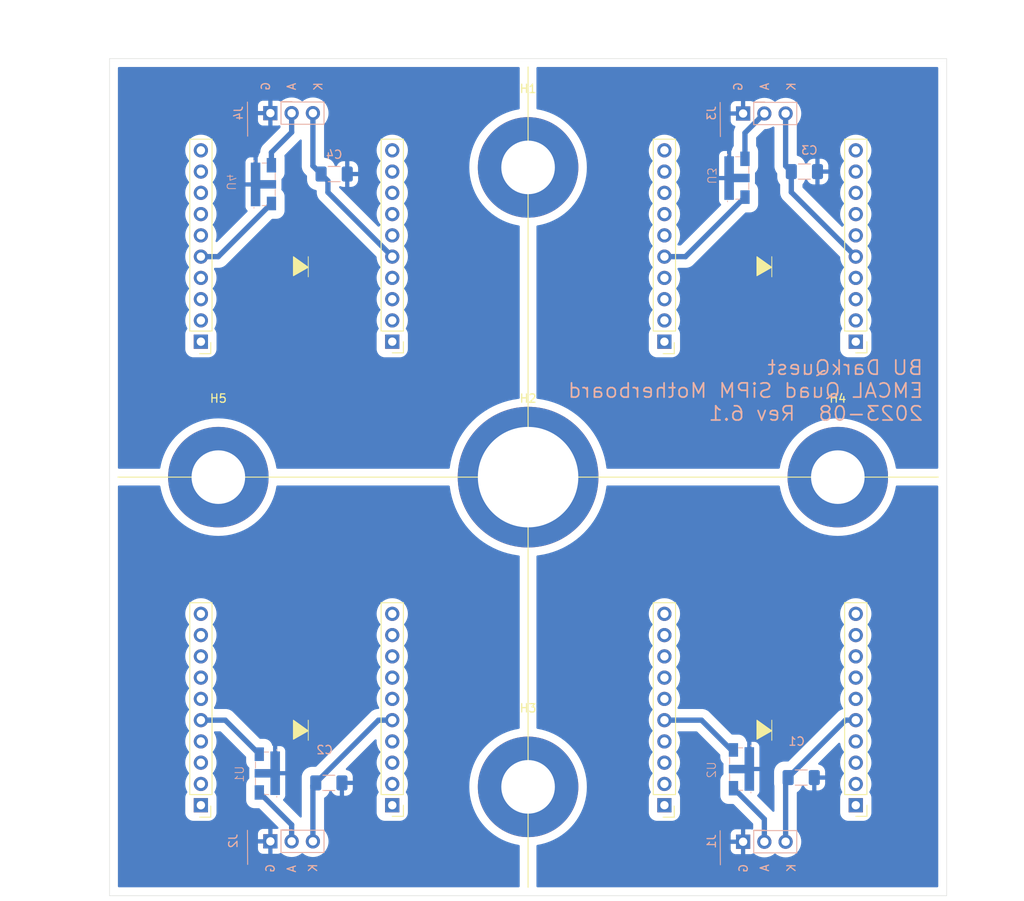
<source format=kicad_pcb>
(kicad_pcb (version 20221018) (generator pcbnew)
  (title_block (title "DarkQuest SiPM Motherboard") (comment 1 "Note: Rev 6.1 takes chip carrier and has 20 dB attenuator"))
  (layers (0 "F.Cu" signal) (31 "B.Cu" signal) (34 "B.Paste" user) (35 "F.Paste" user) (36 "B.SilkS" user "B.Silkscreen") (37 "F.SilkS" user "F.Silkscreen") (38 "B.Mask" user) (39 "F.Mask" user) (44 "Edge.Cuts" user))
  (net 0 "")
  (net 1 "Net-(J1-Pin_1)")
  (net 2 "Net-(J2-Pin_1)")
  (net 3 "Net-(J3-Pin_1)")
  (net 4 "Net-(J4-Pin_1)")
  (net 5 "Net-(J2-Pin_2)")
  (net 6 "Net-(J3-Pin_2)")
  (net 7 "Net-(J4-Pin_2)")
  (net 8 "Net-(J1-Pin_2)")
  (net 9 "Net-(J1-Pin_3)")
  (net 10 "Net-(J2-Pin_3)")
  (net 47 "Net-(J3-Pin_3)")
  (net 48 "Net-(J4-Pin_3)")
  (net 53 "Net-(J5-Pin_5-Pad15)")
  (net 63 "Net-(J6-Pin_5-Pad15)")
  (net 73 "Net-(J7-Pin_5-Pad15)")
  (net 83 "Net-(J8-Pin_5-Pad15)")
  (footprint "quad_sipm:MountingHole_8.4mm_M8_Pad" (layer "F.Cu") (at 100 100)
    (fp_text reference "H2" (at 0 -9.4) (layer "F.SilkS"))
    (fp_text value "MountingHole")
    (pad "1" thru_hole circle (at 0 0) (size 16.8 16.8) (drill 12) (layers "*.Cu" "*.Mask"))
  )
  (footprint "quad_sipm:MountingHole_6.4_pad" (layer "F.Cu") (at 100 137)
    (fp_text reference "H3" (at 0 -9.4) (layer "F.SilkS"))
    (fp_text value "MountingHole")
    (pad "1" thru_hole circle (at 0 0) (size 12 12) (drill 6.4) (layers "*.Cu" "*.Mask"))
  )
  (footprint "quad_sipm:MountingHole_6.4_pad" (layer "F.Cu") (at 137 100)
    (fp_text reference "H4" (at 0 -9.4) (layer "F.SilkS"))
    (fp_text value "MountingHole")
    (pad "1" thru_hole circle (at 0 0) (size 12 12) (drill 6.4) (layers "*.Cu" "*.Mask"))
  )
  (footprint "quad_sipm:MountingHole_6.4_pad" (layer "F.Cu") (at 63 100)
    (fp_text reference "H5" (at 0 -9.4) (layer "F.SilkS"))
    (fp_text value "MountingHole")
    (pad "1" thru_hole circle (at 0 0) (size 12 12) (drill 6.4) (layers "*.Cu" "*.Mask"))
  )
  (footprint "quad_sipm:MountingHole_6.4_pad" (layer "F.Cu") (at 100 63)
    (fp_text reference "H1" (at 0 -9.4) (layer "F.SilkS"))
    (fp_text value "MountingHole")
    (pad "1" thru_hole circle (at 0 0) (size 12 12) (drill 6.4) (layers "*.Cu" "*.Mask"))
  )
  (footprint "Connector_PinHeader_2.54mm:chip_carrier_pin_header" (layer "F.Cu") (at 127.762 72.39 180)
    (fp_text reference "J7" hide)
    (fp_text value "SiPM chip pin header")
    (fp_line (start -12.714 -12.76) (end -11.384 -12.76) (stroke (width 0.12)) (layer "F.SilkS"))
    (fp_line (start -12.714 -11.43) (end -12.714 -12.76) (stroke (width 0.12)) (layer "F.SilkS"))
    (fp_line (start -12.714 -10.16) (end -12.714 12.76) (stroke (width 0.12)) (layer "F.SilkS"))
    (fp_line (start -12.714 -10.16) (end -10.054 -10.16) (stroke (width 0.12)) (layer "F.SilkS"))
    (fp_line (start -12.714 12.76) (end -10.054 12.76) (stroke (width 0.12)) (layer "F.SilkS"))
    (fp_line (start -10.054 -10.16) (end -10.054 12.76) (stroke (width 0.12)) (layer "F.SilkS"))
    (fp_line (start -1.351 -3.683) (end -1.351 -1.27) (stroke (width 0.1)) (layer "F.SilkS"))
    (fp_line (start 10.146 -10.16) (end 10.146 12.76) (stroke (width 0.12)) (layer "F.SilkS"))
    (fp_line (start 10.146 -10.16) (end 12.806 -10.16) (stroke (width 0.12)) (layer "F.SilkS"))
    (fp_line (start 10.146 12.76) (end 12.806 12.76) (stroke (width 0.12)) (layer "F.SilkS"))
    (fp_line (start 10.2984 -12.8616) (end 11.6284 -12.8616) (stroke (width 0.12)) (layer "F.SilkS"))
    (fp_line (start 10.2984 -11.5316) (end 10.2984 -12.8616) (stroke (width 0.12)) (layer "F.SilkS"))
    (fp_line (start 12.806 -10.16) (end 12.806 12.76) (stroke (width 0.12)) (layer "F.SilkS"))
    (fp_poly (pts (xy 0.427 -3.556) (xy -1.351 -2.54) (xy 0.427 -1.27) (xy 0.427 -3.556)) (stroke (width 0.1)) (fill solid) (layer "F.SilkS"))
    (pad "1" thru_hole rect (at -11.384 -11.43 180) (size 1.7 1.7) (drill 1) (layers "*.Cu" "*.Mask"))
    (pad "2" thru_hole oval (at -11.384 -8.89 180) (size 1.7 1.7) (drill 1) (layers "*.Cu" "*.Mask"))
    (pad "3" thru_hole oval (at -11.384 -6.35 180) (size 1.7 1.7) (drill 1) (layers "*.Cu" "*.Mask"))
    (pad "4" thru_hole oval (at -11.384 -3.81 180) (size 1.7 1.7) (drill 1) (layers "*.Cu" "*.Mask"))
    (pad "5" thru_hole oval (at -11.384 -1.27 180) (size 1.7 1.7) (drill 1) (layers "*.Cu" "*.Mask") (net 47 "Net-(J3-Pin_3)"))
    (pad "6" thru_hole oval (at -11.384 1.27 180) (size 1.7 1.7) (drill 1) (layers "*.Cu" "*.Mask"))
    (pad "7" thru_hole oval (at -11.384 3.81 180) (size 1.7 1.7) (drill 1) (layers "*.Cu" "*.Mask"))
    (pad "8" thru_hole oval (at -11.384 6.35 180) (size 1.7 1.7) (drill 1) (layers "*.Cu" "*.Mask"))
    (pad "9" thru_hole oval (at -11.384 8.89 180) (size 1.7 1.7) (drill 1) (layers "*.Cu" "*.Mask"))
    (pad "10" thru_hole oval (at -11.384 11.43 180) (size 1.7 1.7) (drill 1) (layers "*.Cu" "*.Mask"))
    (pad "11" thru_hole rect (at 11.476 -11.43 180) (size 1.7 1.7) (drill 1) (layers "*.Cu" "*.Mask"))
    (pad "12" thru_hole oval (at 11.476 -8.89 180) (size 1.7 1.7) (drill 1) (layers "*.Cu" "*.Mask"))
    (pad "13" thru_hole oval (at 11.476 -6.35 180) (size 1.7 1.7) (drill 1) (layers "*.Cu" "*.Mask"))
    (pad "14" thru_hole oval (at 11.476 -3.81 180) (size 1.7 1.7) (drill 1) (layers "*.Cu" "*.Mask"))
    (pad "15" thru_hole oval (at 11.476 -1.27 180) (size 1.7 1.7) (drill 1) (layers "*.Cu" "*.Mask") (net 73 "Net-(J7-Pin_5-Pad15)"))
    (pad "16" thru_hole oval (at 11.476 1.27 180) (size 1.7 1.7) (drill 1) (layers "*.Cu" "*.Mask"))
    (pad "17" thru_hole oval (at 11.476 3.81 180) (size 1.7 1.7) (drill 1) (layers "*.Cu" "*.Mask"))
    (pad "18" thru_hole oval (at 11.476 6.35 180) (size 1.7 1.7) (drill 1) (layers "*.Cu" "*.Mask"))
    (pad "19" thru_hole oval (at 11.476 8.89 180) (size 1.7 1.7) (drill 1) (layers "*.Cu" "*.Mask"))
    (pad "20" thru_hole oval (at 11.476 11.43 180) (size 1.7 1.7) (drill 1) (layers "*.Cu" "*.Mask"))
  )
  (footprint "Connector_PinHeader_2.54mm:chip_carrier_pin_header" (layer "F.Cu") (at 72.39 72.39 180)
    (fp_text reference "J8" hide)
    (fp_text value "SiPM chip pin header")
    (fp_line (start -12.714 -12.76) (end -11.384 -12.76) (stroke (width 0.12)) (layer "F.SilkS"))
    (fp_line (start -12.714 -11.43) (end -12.714 -12.76) (stroke (width 0.12)) (layer "F.SilkS"))
    (fp_line (start -12.714 -10.16) (end -12.714 12.76) (stroke (width 0.12)) (layer "F.SilkS"))
    (fp_line (start -12.714 -10.16) (end -10.054 -10.16) (stroke (width 0.12)) (layer "F.SilkS"))
    (fp_line (start -12.714 12.76) (end -10.054 12.76) (stroke (width 0.12)) (layer "F.SilkS"))
    (fp_line (start -10.054 -10.16) (end -10.054 12.76) (stroke (width 0.12)) (layer "F.SilkS"))
    (fp_line (start -1.351 -3.683) (end -1.351 -1.27) (stroke (width 0.1)) (layer "F.SilkS"))
    (fp_line (start 10.146 -10.16) (end 10.146 12.76) (stroke (width 0.12)) (layer "F.SilkS"))
    (fp_line (start 10.146 -10.16) (end 12.806 -10.16) (stroke (width 0.12)) (layer "F.SilkS"))
    (fp_line (start 10.146 12.76) (end 12.806 12.76) (stroke (width 0.12)) (layer "F.SilkS"))
    (fp_line (start 10.2984 -12.8616) (end 11.6284 -12.8616) (stroke (width 0.12)) (layer "F.SilkS"))
    (fp_line (start 10.2984 -11.5316) (end 10.2984 -12.8616) (stroke (width 0.12)) (layer "F.SilkS"))
    (fp_line (start 12.806 -10.16) (end 12.806 12.76) (stroke (width 0.12)) (layer "F.SilkS"))
    (fp_poly (pts (xy 0.427 -3.556) (xy -1.351 -2.54) (xy 0.427 -1.27) (xy 0.427 -3.556)) (stroke (width 0.1)) (fill solid) (layer "F.SilkS"))
    (pad "1" thru_hole rect (at -11.384 -11.43 180) (size 1.7 1.7) (drill 1) (layers "*.Cu" "*.Mask"))
    (pad "2" thru_hole oval (at -11.384 -8.89 180) (size 1.7 1.7) (drill 1) (layers "*.Cu" "*.Mask"))
    (pad "3" thru_hole oval (at -11.384 -6.35 180) (size 1.7 1.7) (drill 1) (layers "*.Cu" "*.Mask"))
    (pad "4" thru_hole oval (at -11.384 -3.81 180) (size 1.7 1.7) (drill 1) (layers "*.Cu" "*.Mask"))
    (pad "5" thru_hole oval (at -11.384 -1.27 180) (size 1.7 1.7) (drill 1) (layers "*.Cu" "*.Mask") (net 48 "Net-(J4-Pin_3)"))
    (pad "6" thru_hole oval (at -11.384 1.27 180) (size 1.7 1.7) (drill 1) (layers "*.Cu" "*.Mask"))
    (pad "7" thru_hole oval (at -11.384 3.81 180) (size 1.7 1.7) (drill 1) (layers "*.Cu" "*.Mask"))
    (pad "8" thru_hole oval (at -11.384 6.35 180) (size 1.7 1.7) (drill 1) (layers "*.Cu" "*.Mask"))
    (pad "9" thru_hole oval (at -11.384 8.89 180) (size 1.7 1.7) (drill 1) (layers "*.Cu" "*.Mask"))
    (pad "10" thru_hole oval (at -11.384 11.43 180) (size 1.7 1.7) (drill 1) (layers "*.Cu" "*.Mask"))
    (pad "11" thru_hole rect (at 11.476 -11.43 180) (size 1.7 1.7) (drill 1) (layers "*.Cu" "*.Mask"))
    (pad "12" thru_hole oval (at 11.476 -8.89 180) (size 1.7 1.7) (drill 1) (layers "*.Cu" "*.Mask"))
    (pad "13" thru_hole oval (at 11.476 -6.35 180) (size 1.7 1.7) (drill 1) (layers "*.Cu" "*.Mask"))
    (pad "14" thru_hole oval (at 11.476 -3.81 180) (size 1.7 1.7) (drill 1) (layers "*.Cu" "*.Mask"))
    (pad "15" thru_hole oval (at 11.476 -1.27 180) (size 1.7 1.7) (drill 1) (layers "*.Cu" "*.Mask") (net 83 "Net-(J8-Pin_5-Pad15)"))
    (pad "16" thru_hole oval (at 11.476 1.27 180) (size 1.7 1.7) (drill 1) (layers "*.Cu" "*.Mask"))
    (pad "17" thru_hole oval (at 11.476 3.81 180) (size 1.7 1.7) (drill 1) (layers "*.Cu" "*.Mask"))
    (pad "18" thru_hole oval (at 11.476 6.35 180) (size 1.7 1.7) (drill 1) (layers "*.Cu" "*.Mask"))
    (pad "19" thru_hole oval (at 11.476 8.89 180) (size 1.7 1.7) (drill 1) (layers "*.Cu" "*.Mask"))
    (pad "20" thru_hole oval (at 11.476 11.43 180) (size 1.7 1.7) (drill 1) (layers "*.Cu" "*.Mask"))
  )
  (footprint "Connector_PinHeader_2.54mm:chip_carrier_pin_header" (layer "F.Cu") (at 72.39 127.762 180)
    (fp_text reference "J6" hide)
    (fp_text value "SiPM chip pin header")
    (fp_line (start -12.714 -12.76) (end -11.384 -12.76) (stroke (width 0.12)) (layer "F.SilkS"))
    (fp_line (start -12.714 -11.43) (end -12.714 -12.76) (stroke (width 0.12)) (layer "F.SilkS"))
    (fp_line (start -12.714 -10.16) (end -12.714 12.76) (stroke (width 0.12)) (layer "F.SilkS"))
    (fp_line (start -12.714 -10.16) (end -10.054 -10.16) (stroke (width 0.12)) (layer "F.SilkS"))
    (fp_line (start -12.714 12.76) (end -10.054 12.76) (stroke (width 0.12)) (layer "F.SilkS"))
    (fp_line (start -10.054 -10.16) (end -10.054 12.76) (stroke (width 0.12)) (layer "F.SilkS"))
    (fp_line (start -1.351 -3.683) (end -1.351 -1.27) (stroke (width 0.1)) (layer "F.SilkS"))
    (fp_line (start 10.146 -10.16) (end 10.146 12.76) (stroke (width 0.12)) (layer "F.SilkS"))
    (fp_line (start 10.146 -10.16) (end 12.806 -10.16) (stroke (width 0.12)) (layer "F.SilkS"))
    (fp_line (start 10.146 12.76) (end 12.806 12.76) (stroke (width 0.12)) (layer "F.SilkS"))
    (fp_line (start 10.2984 -12.8616) (end 11.6284 -12.8616) (stroke (width 0.12)) (layer "F.SilkS"))
    (fp_line (start 10.2984 -11.5316) (end 10.2984 -12.8616) (stroke (width 0.12)) (layer "F.SilkS"))
    (fp_line (start 12.806 -10.16) (end 12.806 12.76) (stroke (width 0.12)) (layer "F.SilkS"))
    (fp_poly (pts (xy 0.427 -3.556) (xy -1.351 -2.54) (xy 0.427 -1.27) (xy 0.427 -3.556)) (stroke (width 0.1)) (fill solid) (layer "F.SilkS"))
    (pad "1" thru_hole rect (at -11.384 -11.43 180) (size 1.7 1.7) (drill 1) (layers "*.Cu" "*.Mask"))
    (pad "2" thru_hole oval (at -11.384 -8.89 180) (size 1.7 1.7) (drill 1) (layers "*.Cu" "*.Mask"))
    (pad "3" thru_hole oval (at -11.384 -6.35 180) (size 1.7 1.7) (drill 1) (layers "*.Cu" "*.Mask"))
    (pad "4" thru_hole oval (at -11.384 -3.81 180) (size 1.7 1.7) (drill 1) (layers "*.Cu" "*.Mask"))
    (pad "5" thru_hole oval (at -11.384 -1.27 180) (size 1.7 1.7) (drill 1) (layers "*.Cu" "*.Mask") (net 10 "Net-(J2-Pin_3)"))
    (pad "6" thru_hole oval (at -11.384 1.27 180) (size 1.7 1.7) (drill 1) (layers "*.Cu" "*.Mask"))
    (pad "7" thru_hole oval (at -11.384 3.81 180) (size 1.7 1.7) (drill 1) (layers "*.Cu" "*.Mask"))
    (pad "8" thru_hole oval (at -11.384 6.35 180) (size 1.7 1.7) (drill 1) (layers "*.Cu" "*.Mask"))
    (pad "9" thru_hole oval (at -11.384 8.89 180) (size 1.7 1.7) (drill 1) (layers "*.Cu" "*.Mask"))
    (pad "10" thru_hole oval (at -11.384 11.43 180) (size 1.7 1.7) (drill 1) (layers "*.Cu" "*.Mask"))
    (pad "11" thru_hole rect (at 11.476 -11.43 180) (size 1.7 1.7) (drill 1) (layers "*.Cu" "*.Mask"))
    (pad "12" thru_hole oval (at 11.476 -8.89 180) (size 1.7 1.7) (drill 1) (layers "*.Cu" "*.Mask"))
    (pad "13" thru_hole oval (at 11.476 -6.35 180) (size 1.7 1.7) (drill 1) (layers "*.Cu" "*.Mask"))
    (pad "14" thru_hole oval (at 11.476 -3.81 180) (size 1.7 1.7) (drill 1) (layers "*.Cu" "*.Mask"))
    (pad "15" thru_hole oval (at 11.476 -1.27 180) (size 1.7 1.7) (drill 1) (layers "*.Cu" "*.Mask") (net 63 "Net-(J6-Pin_5-Pad15)"))
    (pad "16" thru_hole oval (at 11.476 1.27 180) (size 1.7 1.7) (drill 1) (layers "*.Cu" "*.Mask"))
    (pad "17" thru_hole oval (at 11.476 3.81 180) (size 1.7 1.7) (drill 1) (layers "*.Cu" "*.Mask"))
    (pad "18" thru_hole oval (at 11.476 6.35 180) (size 1.7 1.7) (drill 1) (layers "*.Cu" "*.Mask"))
    (pad "19" thru_hole oval (at 11.476 8.89 180) (size 1.7 1.7) (drill 1) (layers "*.Cu" "*.Mask"))
    (pad "20" thru_hole oval (at 11.476 11.43 180) (size 1.7 1.7) (drill 1) (layers "*.Cu" "*.Mask"))
  )
  (footprint "Connector_PinHeader_2.54mm:chip_carrier_pin_header" (layer "F.Cu") (at 127.762 127.762 180)
    (fp_text reference "J5" hide)
    (fp_text value "SiPM chip pin header")
    (fp_line (start -12.714 -12.76) (end -11.384 -12.76) (stroke (width 0.12)) (layer "F.SilkS"))
    (fp_line (start -12.714 -11.43) (end -12.714 -12.76) (stroke (width 0.12)) (layer "F.SilkS"))
    (fp_line (start -12.714 -10.16) (end -12.714 12.76) (stroke (width 0.12)) (layer "F.SilkS"))
    (fp_line (start -12.714 -10.16) (end -10.054 -10.16) (stroke (width 0.12)) (layer "F.SilkS"))
    (fp_line (start -12.714 12.76) (end -10.054 12.76) (stroke (width 0.12)) (layer "F.SilkS"))
    (fp_line (start -10.054 -10.16) (end -10.054 12.76) (stroke (width 0.12)) (layer "F.SilkS"))
    (fp_line (start -1.351 -3.683) (end -1.351 -1.27) (stroke (width 0.1)) (layer "F.SilkS"))
    (fp_line (start 10.146 -10.16) (end 10.146 12.76) (stroke (width 0.12)) (layer "F.SilkS"))
    (fp_line (start 10.146 -10.16) (end 12.806 -10.16) (stroke (width 0.12)) (layer "F.SilkS"))
    (fp_line (start 10.146 12.76) (end 12.806 12.76) (stroke (width 0.12)) (layer "F.SilkS"))
    (fp_line (start 10.2984 -12.8616) (end 11.6284 -12.8616) (stroke (width 0.12)) (layer "F.SilkS"))
    (fp_line (start 10.2984 -11.5316) (end 10.2984 -12.8616) (stroke (width 0.12)) (layer "F.SilkS"))
    (fp_line (start 12.806 -10.16) (end 12.806 12.76) (stroke (width 0.12)) (layer "F.SilkS"))
    (fp_poly (pts (xy 0.427 -3.556) (xy -1.351 -2.54) (xy 0.427 -1.27) (xy 0.427 -3.556)) (stroke (width 0.1)) (fill solid) (layer "F.SilkS"))
    (pad "1" thru_hole rect (at -11.384 -11.43 180) (size 1.7 1.7) (drill 1) (layers "*.Cu" "*.Mask"))
    (pad "2" thru_hole oval (at -11.384 -8.89 180) (size 1.7 1.7) (drill 1) (layers "*.Cu" "*.Mask"))
    (pad "3" thru_hole oval (at -11.384 -6.35 180) (size 1.7 1.7) (drill 1) (layers "*.Cu" "*.Mask"))
    (pad "4" thru_hole oval (at -11.384 -3.81 180) (size 1.7 1.7) (drill 1) (layers "*.Cu" "*.Mask"))
    (pad "5" thru_hole oval (at -11.384 -1.27 180) (size 1.7 1.7) (drill 1) (layers "*.Cu" "*.Mask") (net 9 "Net-(J1-Pin_3)"))
    (pad "6" thru_hole oval (at -11.384 1.27 180) (size 1.7 1.7) (drill 1) (layers "*.Cu" "*.Mask"))
    (pad "7" thru_hole oval (at -11.384 3.81 180) (size 1.7 1.7) (drill 1) (layers "*.Cu" "*.Mask"))
    (pad "8" thru_hole oval (at -11.384 6.35 180) (size 1.7 1.7) (drill 1) (layers "*.Cu" "*.Mask"))
    (pad "9" thru_hole oval (at -11.384 8.89 180) (size 1.7 1.7) (drill 1) (layers "*.Cu" "*.Mask"))
    (pad "10" thru_hole oval (at -11.384 11.43 180) (size 1.7 1.7) (drill 1) (layers "*.Cu" "*.Mask"))
    (pad "11" thru_hole rect (at 11.476 -11.43 180) (size 1.7 1.7) (drill 1) (layers "*.Cu" "*.Mask"))
    (pad "12" thru_hole oval (at 11.476 -8.89 180) (size 1.7 1.7) (drill 1) (layers "*.Cu" "*.Mask"))
    (pad "13" thru_hole oval (at 11.476 -6.35 180) (size 1.7 1.7) (drill 1) (layers "*.Cu" "*.Mask"))
    (pad "14" thru_hole oval (at 11.476 -3.81 180) (size 1.7 1.7) (drill 1) (layers "*.Cu" "*.Mask"))
    (pad "15" thru_hole oval (at 11.476 -1.27 180) (size 1.7 1.7) (drill 1) (layers "*.Cu" "*.Mask") (net 53 "Net-(J5-Pin_5-Pad15)"))
    (pad "16" thru_hole oval (at 11.476 1.27 180) (size 1.7 1.7) (drill 1) (layers "*.Cu" "*.Mask"))
    (pad "17" thru_hole oval (at 11.476 3.81 180) (size 1.7 1.7) (drill 1) (layers "*.Cu" "*.Mask"))
    (pad "18" thru_hole oval (at 11.476 6.35 180) (size 1.7 1.7) (drill 1) (layers "*.Cu" "*.Mask"))
    (pad "19" thru_hole oval (at 11.476 8.89 180) (size 1.7 1.7) (drill 1) (layers "*.Cu" "*.Mask"))
    (pad "20" thru_hole oval (at 11.476 11.43 180) (size 1.7 1.7) (drill 1) (layers "*.Cu" "*.Mask"))
  )
  (footprint "Connector_PinHeader_2.54mm:PinHeader_1x03_P2.54mm_Vertical" (layer "B.Cu") (at 128.27 143.51 -90)
    (fp_text reference "J1" (at 0 6.35 90) (layer "B.SilkS") (effects (justify mirror)))
    (fp_text value "8-102202-4")
    (fp_line (start -1.33 0) (end -1.33 1.33) (stroke (width 0.12)) (layer "B.SilkS"))
    (fp_line (start -1.285 -3.825) (end 1.375 -3.825) (stroke (width 0.12)) (layer "B.SilkS"))
    (fp_line (start -1.285 1.315) (end -1.285 -3.825) (stroke (width 0.12)) (layer "B.SilkS"))
    (fp_line (start -1.285 1.315) (end 1.375 1.315) (stroke (width 0.12)) (layer "B.SilkS"))
    (fp_line (start -1.275 5.325) (end 2.8 5.3) (stroke (width 0.12)) (layer "B.SilkS"))
    (fp_line (start 1.375 1.315) (end 1.375 -3.825) (stroke (width 0.12)) (layer "B.SilkS"))
    (pad "1" thru_hole rect (at 0.045 2.585 270) (size 1.7 1.7) (drill 1) (layers "*.Cu" "*.Mask") (net 1 "Net-(J1-Pin_1)"))
    (pad "2" thru_hole oval (at 0.045 0.045 270) (size 1.7 1.7) (drill 1) (layers "*.Cu" "*.Mask") (net 8 "Net-(J1-Pin_2)"))
    (pad "3" thru_hole oval (at 0.045 -2.495 270) (size 1.7 1.7) (drill 1) (layers "*.Cu" "*.Mask") (net 9 "Net-(J1-Pin_3)"))
  )
  (footprint "Capacitor_SMD:C_1206_3216Metric_Pad1.33x1.80mm_HandSolder" (layer "B.Cu") (at 76.835 63.7925 180)
    (fp_text reference "C4" (at 0 2.3245) (layer "B.SilkS") (effects (justify mirror)))
    (fp_text value "10nF 100V")
    (fp_line (start -0.711252 -0.91) (end 0.711252 -0.91) (stroke (width 0.12)) (layer "B.SilkS"))
    (fp_line (start -0.711252 0.91) (end 0.711252 0.91) (stroke (width 0.12)) (layer "B.SilkS"))
    (pad "1" smd roundrect (at -1.5625 0 180) (size 1.325 1.8) (layers "B.Cu" "B.Paste" "B.Mask") (roundrect_rratio 0.188679) (net 4 "Net-(J4-Pin_1)"))
    (pad "2" smd roundrect (at 1.5625 0 180) (size 1.325 1.8) (layers "B.Cu" "B.Paste" "B.Mask") (roundrect_rratio 0.188679) (net 48 "Net-(J4-Pin_3)"))
  )
  (footprint "Connector_PinHeader_2.54mm:PinHeader_1x03_P2.54mm_Vertical" (layer "B.Cu") (at 128.27 56.515 -90)
    (fp_text reference "J3" (at 0 6.35 90) (layer "B.SilkS") (effects (justify mirror)))
    (fp_text value "8-102202-4")
    (fp_line (start -1.33 0) (end -1.33 1.33) (stroke (width 0.12)) (layer "B.SilkS"))
    (fp_line (start -1.285 -3.825) (end 1.375 -3.825) (stroke (width 0.12)) (layer "B.SilkS"))
    (fp_line (start -1.285 1.315) (end -1.285 -3.825) (stroke (width 0.12)) (layer "B.SilkS"))
    (fp_line (start -1.285 1.315) (end 1.375 1.315) (stroke (width 0.12)) (layer "B.SilkS"))
    (fp_line (start -1.275 5.325) (end 2.8 5.3) (stroke (width 0.12)) (layer "B.SilkS"))
    (fp_line (start 1.375 1.315) (end 1.375 -3.825) (stroke (width 0.12)) (layer "B.SilkS"))
    (pad "1" thru_hole rect (at 0.045 2.585 270) (size 1.7 1.7) (drill 1) (layers "*.Cu" "*.Mask") (net 3 "Net-(J3-Pin_1)"))
    (pad "2" thru_hole oval (at 0.045 0.045 270) (size 1.7 1.7) (drill 1) (layers "*.Cu" "*.Mask") (net 6 "Net-(J3-Pin_2)"))
    (pad "3" thru_hole oval (at 0.045 -2.495 270) (size 1.7 1.7) (drill 1) (layers "*.Cu" "*.Mask") (net 47 "Net-(J3-Pin_3)"))
  )
  (footprint "Connector_PinHeader_2.54mm:PinHeader_1x03_P2.54mm_Vertical" (layer "B.Cu") (at 71.8 56.47 -90)
    (fp_text reference "J4" (at 0.045 6.395 90) (layer "B.SilkS") (effects (justify mirror)))
    (fp_text value "8-102202-4")
    (fp_line (start -1.33 0) (end -1.33 1.33) (stroke (width 0.12)) (layer "B.SilkS"))
    (fp_line (start -1.285 -3.825) (end 1.375 -3.825) (stroke (width 0.12)) (layer "B.SilkS"))
    (fp_line (start -1.285 1.315) (end -1.285 -3.825) (stroke (width 0.12)) (layer "B.SilkS"))
    (fp_line (start -1.285 1.315) (end 1.375 1.315) (stroke (width 0.12)) (layer "B.SilkS"))
    (fp_line (start -1.275 5.325) (end 2.8 5.3) (stroke (width 0.12)) (layer "B.SilkS"))
    (fp_line (start 1.375 1.315) (end 1.375 -3.825) (stroke (width 0.12)) (layer "B.SilkS"))
    (pad "1" thru_hole rect (at 0.045 2.585 270) (size 1.7 1.7) (drill 1) (layers "*.Cu" "*.Mask") (net 4 "Net-(J4-Pin_1)"))
    (pad "2" thru_hole oval (at 0.045 0.045 270) (size 1.7 1.7) (drill 1) (layers "*.Cu" "*.Mask") (net 7 "Net-(J4-Pin_2)"))
    (pad "3" thru_hole oval (at 0.045 -2.495 270) (size 1.7 1.7) (drill 1) (layers "*.Cu" "*.Mask") (net 48 "Net-(J4-Pin_3)"))
  )
  (footprint "Capacitor_SMD:C_1206_3216Metric_Pad1.33x1.80mm_HandSolder" (layer "B.Cu") (at 133.0075 63.5 180)
    (fp_text reference "C3" (at -0.5965 2.54) (layer "B.SilkS") (effects (justify mirror)))
    (fp_text value "10nF 100V")
    (fp_line (start -0.711252 -0.91) (end 0.711252 -0.91) (stroke (width 0.12)) (layer "B.SilkS"))
    (fp_line (start -0.711252 0.91) (end 0.711252 0.91) (stroke (width 0.12)) (layer "B.SilkS"))
    (pad "1" smd roundrect (at -1.5625 0 180) (size 1.325 1.8) (layers "B.Cu" "B.Paste" "B.Mask") (roundrect_rratio 0.188679) (net 3 "Net-(J3-Pin_1)"))
    (pad "2" smd roundrect (at 1.5625 0 180) (size 1.325 1.8) (layers "B.Cu" "B.Paste" "B.Mask") (roundrect_rratio 0.188679) (net 47 "Net-(J3-Pin_3)"))
  )
  (footprint "Connector_PinHeader_2.54mm:PinHeader_1x03_P2.54mm_Vertical" (layer "B.Cu") (at 71.8 143.465 -90)
    (fp_text reference "J2" (at 0 7.03 -90) (layer "B.SilkS") (effects (justify mirror)))
    (fp_text value "8-102202-4")
    (fp_line (start -1.33 0) (end -1.33 1.33) (stroke (width 0.12)) (layer "B.SilkS"))
    (fp_line (start -1.285 -3.825) (end 1.375 -3.825) (stroke (width 0.12)) (layer "B.SilkS"))
    (fp_line (start -1.285 1.315) (end -1.285 -3.825) (stroke (width 0.12)) (layer "B.SilkS"))
    (fp_line (start -1.285 1.315) (end 1.375 1.315) (stroke (width 0.12)) (layer "B.SilkS"))
    (fp_line (start -1.275 5.325) (end 2.8 5.3) (stroke (width 0.12)) (layer "B.SilkS"))
    (fp_line (start 1.375 1.315) (end 1.375 -3.825) (stroke (width 0.12)) (layer "B.SilkS"))
    (pad "1" thru_hole rect (at 0.045 2.585 270) (size 1.7 1.7) (drill 1) (layers "*.Cu" "*.Mask") (net 2 "Net-(J2-Pin_1)"))
    (pad "2" thru_hole oval (at 0.045 0.045 270) (size 1.7 1.7) (drill 1) (layers "*.Cu" "*.Mask") (net 5 "Net-(J2-Pin_2)"))
    (pad "3" thru_hole oval (at 0.045 -2.495 270) (size 1.7 1.7) (drill 1) (layers "*.Cu" "*.Mask") (net 10 "Net-(J2-Pin_3)"))
  )
  (footprint "Capacitor_SMD:C_1206_3216Metric_Pad1.33x1.80mm_HandSolder" (layer "B.Cu") (at 132.6265 135.89 180)
    (fp_text reference "C1" (at 0.5465 4.318) (layer "B.SilkS") (effects (justify mirror)))
    (fp_text value "10nF 100V")
    (fp_line (start -0.711252 -0.91) (end 0.711252 -0.91) (stroke (width 0.12)) (layer "B.SilkS"))
    (fp_line (start -0.711252 0.91) (end 0.711252 0.91) (stroke (width 0.12)) (layer "B.SilkS"))
    (pad "1" smd roundrect (at -1.5625 0 180) (size 1.325 1.8) (layers "B.Cu" "B.Paste" "B.Mask") (roundrect_rratio 0.188679) (net 1 "Net-(J1-Pin_1)"))
    (pad "2" smd roundrect (at 1.5625 0 180) (size 1.325 1.8) (layers "B.Cu" "B.Paste" "B.Mask") (roundrect_rratio 0.188679) (net 9 "Net-(J1-Pin_3)"))
  )
  (footprint "Capacitor_SMD:C_1206_3216Metric_Pad1.33x1.80mm_HandSolder" (layer "B.Cu") (at 76.2 136.525 180)
    (fp_text reference "C2" (at 0.508 3.937) (layer "B.SilkS") (effects (justify mirror)))
    (fp_text value "10nF 100V")
    (fp_line (start -0.711252 -0.91) (end 0.711252 -0.91) (stroke (width 0.12)) (layer "B.SilkS"))
    (fp_line (start -0.711252 0.91) (end 0.711252 0.91) (stroke (width 0.12)) (layer "B.SilkS"))
    (pad "1" smd roundrect (at -1.5625 0 180) (size 1.325 1.8) (layers "B.Cu" "B.Paste" "B.Mask") (roundrect_rratio 0.188679) (net 2 "Net-(J2-Pin_1)"))
    (pad "2" smd roundrect (at 1.5625 0 180) (size 1.325 1.8) (layers "B.Cu" "B.Paste" "B.Mask") (roundrect_rratio 0.188679) (net 10 "Net-(J2-Pin_3)"))
  )
  (footprint "Resistor_SMD:D10AA20Z4" (layer "B.Cu") (at 69.7948 65.0192 90)
    (fp_text reference "U4" (at 0.2492 -5.2788 270 unlocked) (layer "B.SilkS") (effects (font (thickness 0.1)) (justify mirror)))
    (fp_text value "~")
    (fp_line (start -2.748 -2.54) (end -2.8496 -2.54) (stroke (width 0.1)) (layer "B.SilkS"))
    (fp_line (start -2.5448 -1.5748) (end -2.5448 -1.0668) (stroke (width 0.1)) (layer "B.SilkS"))
    (fp_line (start -1.3764 0) (end -0.6144 0) (stroke (width 0.1)) (layer "B.SilkS"))
    (fp_line (start 0.554 0) (end 1.3668 0) (stroke (width 0.1)) (layer "B.SilkS"))
    (fp_line (start 2.5352 -1.5748) (end 2.5352 -1.0668) (stroke (width 0.1)) (layer "B.SilkS"))
    (fp_line (start 2.7384 -2.54) (end 2.84 -2.54) (stroke (width 0.1)) (layer "B.SilkS"))
    (pad "1" smd rect (at -2.2908 -0.4528 90) (size 1.6256 1.1088) (layers "B.Cu" "B.Paste" "B.Mask") (net 83 "Net-(J8-Pin_5-Pad15)"))
    (pad "2" smd rect (at 2.2812 -0.4572 90) (size 1.7272 1.1176) (layers "B.Cu" "B.Paste" "B.Mask") (net 7 "Net-(J4-Pin_2)"))
    (pad "3" smd rect (at -0.0175 -2.3495) (size 1.143 5.207) (layers "B.Cu" "B.Paste" "B.Mask") (net 4 "Net-(J4-Pin_1)"))
    (pad "3" smd custom (at -0.0048 -1.397 90) (size 1.016 2.9972) (layers "B.Cu" "B.Paste" "B.Mask") (net 4 "Net-(J4-Pin_1)") (options (clearance outline) (anchor rect)) (primitives))
  )
  (footprint "Resistor_SMD:D10AA20Z4" (layer "B.Cu") (at 67.437 135.3868 -90)
    (fp_text reference "U1" (at 0.0968 1.905 -270 unlocked) (layer "B.SilkS") (effects (font (thickness 0.1)) (justify mirror)))
    (fp_text value "~")
    (fp_line (start -2.748 -2.54) (end -2.8496 -2.54) (stroke (width 0.1)) (layer "B.SilkS"))
    (fp_line (start -2.5448 -1.5748) (end -2.5448 -1.0668) (stroke (width 0.1)) (layer "B.SilkS"))
    (fp_line (start -1.3764 0) (end -0.6144 0) (stroke (width 0.1)) (layer "B.SilkS"))
    (fp_line (start 0.554 0) (end 1.3668 0) (stroke (width 0.1)) (layer "B.SilkS"))
    (fp_line (start 2.5352 -1.5748) (end 2.5352 -1.0668) (stroke (width 0.1)) (layer "B.SilkS"))
    (fp_line (start 2.7384 -2.54) (end 2.84 -2.54) (stroke (width 0.1)) (layer "B.SilkS"))
    (pad "1" smd rect (at -2.2908 -0.4528 270) (size 1.6256 1.1088) (layers "B.Cu" "B.Paste" "B.Mask") (net 63 "Net-(J6-Pin_5-Pad15)"))
    (pad "2" smd rect (at 2.2812 -0.4572 270) (size 1.7272 1.1176) (layers "B.Cu" "B.Paste" "B.Mask") (net 5 "Net-(J2-Pin_2)"))
    (pad "3" smd rect (at -0.0175 -2.3495 180) (size 1.143 5.207) (layers "B.Cu" "B.Paste" "B.Mask") (net 2 "Net-(J2-Pin_1)"))
    (pad "3" smd custom (at -0.0048 -1.397 270) (size 1.016 2.9972) (layers "B.Cu" "B.Paste" "B.Mask") (net 2 "Net-(J2-Pin_1)") (options (clearance outline) (anchor rect)) (primitives))
  )
  (footprint "Resistor_SMD:D10AA20Z4" (layer "B.Cu") (at 124.079 134.8788 -90)
    (fp_text reference "U2" (at 0.0968 2.159 -270 unlocked) (layer "B.SilkS") (effects (font (thickness 0.1)) (justify mirror)))
    (fp_text value "~")
    (fp_line (start -2.748 -2.54) (end -2.8496 -2.54) (stroke (width 0.1)) (layer "B.SilkS"))
    (fp_line (start -2.5448 -1.5748) (end -2.5448 -1.0668) (stroke (width 0.1)) (layer "B.SilkS"))
    (fp_line (start -1.3764 0) (end -0.6144 0) (stroke (width 0.1)) (layer "B.SilkS"))
    (fp_line (start 0.554 0) (end 1.3668 0) (stroke (width 0.1)) (layer "B.SilkS"))
    (fp_line (start 2.5352 -1.5748) (end 2.5352 -1.0668) (stroke (width 0.1)) (layer "B.SilkS"))
    (fp_line (start 2.7384 -2.54) (end 2.84 -2.54) (stroke (width 0.1)) (layer "B.SilkS"))
    (pad "1" smd rect (at -2.2908 -0.4528 270) (size 1.6256 1.1088) (layers "B.Cu" "B.Paste" "B.Mask") (net 53 "Net-(J5-Pin_5-Pad15)"))
    (pad "2" smd rect (at 2.2812 -0.4572 270) (size 1.7272 1.1176) (layers "B.Cu" "B.Paste" "B.Mask") (net 8 "Net-(J1-Pin_2)"))
    (pad "3" smd rect (at -0.0175 -2.3495 180) (size 1.143 5.207) (layers "B.Cu" "B.Paste" "B.Mask") (net 1 "Net-(J1-Pin_1)"))
    (pad "3" smd custom (at -0.0048 -1.397 270) (size 1.016 2.9972) (layers "B.Cu" "B.Paste" "B.Mask") (net 1 "Net-(J1-Pin_1)") (options (clearance outline) (anchor rect)) (primitives))
  )
  (footprint "Resistor_SMD:D10AA20Z4" (layer "B.Cu") (at 126.365 64.2572 90)
    (fp_text reference "U3" (at 0.2492 -4.445 -90 unlocked) (layer "B.SilkS") (effects (font (thickness 0.1)) (justify mirror)))
    (fp_text value "~")
    (fp_line (start -2.748 -2.54) (end -2.8496 -2.54) (stroke (width 0.1)) (layer "B.SilkS"))
    (fp_line (start -2.5448 -1.5748) (end -2.5448 -1.0668) (stroke (width 0.1)) (layer "B.SilkS"))
    (fp_line (start -1.3764 0) (end -0.6144 0) (stroke (width 0.1)) (layer "B.SilkS"))
    (fp_line (start 0.554 0) (end 1.3668 0) (stroke (width 0.1)) (layer "B.SilkS"))
    (fp_line (start 2.5352 -1.5748) (end 2.5352 -1.0668) (stroke (width 0.1)) (layer "B.SilkS"))
    (fp_line (start 2.7384 -2.54) (end 2.84 -2.54) (stroke (width 0.1)) (layer "B.SilkS"))
    (pad "1" smd rect (at -2.2908 -0.4528 90) (size 1.6256 1.1088) (layers "B.Cu" "B.Paste" "B.Mask") (net 73 "Net-(J7-Pin_5-Pad15)"))
    (pad "2" smd rect (at 2.2812 -0.4572 90) (size 1.7272 1.1176) (layers "B.Cu" "B.Paste" "B.Mask") (net 6 "Net-(J3-Pin_2)"))
    (pad "3" smd rect (at -0.0175 -2.3495) (size 1.143 5.207) (layers "B.Cu" "B.Paste" "B.Mask") (net 3 "Net-(J3-Pin_1)"))
    (pad "3" smd custom (at -0.0048 -1.397 90) (size 1.016 2.9972) (layers "B.Cu" "B.Paste" "B.Mask") (net 3 "Net-(J3-Pin_1)") (options (clearance outline) (anchor rect)) (primitives))
  )
  (gr_line (start 51 100) (end 149 100) (stroke (width 0.12)) (layer "F.SilkS"))
  (gr_line (start 100 51) (end 100 149) (stroke (width 0.12)) (layer "F.SilkS"))
  (gr_line (start 50 150) (end 50 50) (stroke (width 0.05)) (layer "Edge.Cuts"))
  (gr_line (start 150 150) (end 50 150) (stroke (width 0.05)) (layer "Edge.Cuts"))
  (gr_line (start 50 50) (end 150 50) (stroke (width 0.05)) (layer "Edge.Cuts"))
  (gr_line (start 150 50) (end 150 150) (stroke (width 0.05)) (layer "Edge.Cuts"))
  (gr_text "G" (at 125.095 53.34 90) (layer "B.SilkS") (effects (font (size 1 1)) (justify mirror)))
  (gr_text "K" (at 131.445 53.34 90) (layer "B.SilkS") (effects (font (size 1 1)) (justify mirror)))
  (gr_text "A" (at 128.27 53.34 90) (layer "B.SilkS") (effects (font (size 1 1)) (justify mirror)))
  (gr_text "G" (at 69.215 147.32 90) (layer "B.SilkS") (effects (font (size 1 1)) (justify right mirror)))
  (gr_text "A" (at 71.755 147.32 90) (layer "B.SilkS") (effects (font (size 1 1)) (justify right mirror)))
  (gr_text "K" (at 74.93 53.34 90) (layer "B.SilkS") (effects (font (size 1 1)) (justify mirror)))
  (gr_text "A" (at 71.755 53.34 90) (layer "B.SilkS") (effects (font (size 1 1)) (justify mirror)))
  (gr_text "K" (at 74.295 146.685 90) (layer "B.SilkS") (effects (font (size 1 1)) (justify mirror)))
  (gr_text "A" (at 128.27 146.685 90) (layer "B.SilkS") (effects (font (size 1 1)) (justify mirror)))
  (gr_text "G" (at 125.73 147.32 90) (layer "B.SilkS") (effects (font (size 1 1)) (justify right mirror)))
  (gr_text "K" (at 131.445 146.685 90) (layer "B.SilkS") (effects (font (size 1 1)) (justify mirror)))
  (gr_text "BU DarkQuest\nEMCAL Quad SiPM Motherboard\n2023-08  Rev 6.1" (at 147.32 89.662) (layer "B.SilkS") (effects (font (size 1.7 1.8) (thickness 0.2032)) (justify left mirror)))
  (gr_text "G" (at 68.66 52.705 90) (layer "B.SilkS") (effects (font (size 1 1)) (justify left mirror)))
  (segment (start 71.755 141.5288) (end 67.8942 137.668) (width 0.635) (layer "B.Cu") (net 5))
  (segment (start 71.755 143.51) (end 71.755 141.5288) (width 0.635) (layer "B.Cu") (net 5))
  (segment (start 125.9078 58.8772) (end 128.225 56.56) (width 0.635) (layer "B.Cu") (net 6))
  (segment (start 125.9078 61.976) (end 125.9078 58.8772) (width 0.635) (layer "B.Cu") (net 6))
  (segment (start 71.755 58.801) (end 71.755 56.515) (width 0.635) (layer "B.Cu") (net 7))
  (segment (start 69.3376 62.738) (end 69.3376 61.2184) (width 0.635) (layer "B.Cu") (net 7))
  (segment (start 69.3376 61.2184) (end 71.755 58.801) (width 0.635) (layer "B.Cu") (net 7))
  (segment (start 128.225 140.8488) (end 124.5362 137.16) (width 0.635) (layer "B.Cu") (net 8))
  (segment (start 128.225 143.555) (end 128.225 140.8488) (width 0.635) (layer "B.Cu") (net 8))
  (segment (start 139.146 129.032) (end 137.922 129.032) (width 0.635) (layer "B.Cu") (net 9))
  (segment (start 137.922 129.032) (end 131.064 135.89) (width 0.635) (layer "B.Cu") (net 9))
  (segment (start 130.765 136.189) (end 131.064 135.89) (width 0.635) (layer "B.Cu") (net 9))
  (segment (start 130.765 143.555) (end 130.765 136.189) (width 0.635) (layer "B.Cu") (net 9))
  (segment (start 74.295 136.8675) (end 74.295 143.51) (width 0.635) (layer "B.Cu") (net 10))
  (segment (start 83.774 129.032) (end 82.1305 129.032) (width 0.635) (layer "B.Cu") (net 10))
  (segment (start 74.6375 136.525) (end 74.295 136.8675) (width 0.635) (layer "B.Cu") (net 10))
  (segment (start 82.1305 129.032) (end 74.6375 136.525) (width 0.635) (layer "B.Cu") (net 10))
  (segment (start 130.765 62.82) (end 131.445 63.5) (width 0.635) (layer "B.Cu") (net 47))
  (segment (start 130.765 56.56) (end 130.765 62.82) (width 0.635) (layer "B.Cu") (net 47))
  (segment (start 131.445 65.959) (end 131.445 63.5) (width 0.635) (layer "B.Cu") (net 47))
  (segment (start 131.445 65.959) (end 139.146 73.66) (width 0.635) (layer "B.Cu") (net 47))
  (segment (start 74.295 56.515) (end 74.295 62.815) (width 0.635) (layer "B.Cu") (net 48))
  (segment (start 76.09 64.61) (end 75.2725 63.7925) (width 0.635) (layer "B.Cu") (net 48))
  (segment (start 76.09 65.976) (end 76.09 64.61) (width 0.635) (layer "B.Cu") (net 48))
  (segment (start 83.774 73.66) (end 76.09 65.976) (width 0.635) (layer "B.Cu") (net 48))
  (segment (start 74.295 62.815) (end 75.2725 63.7925) (width 0.635) (layer "B.Cu") (net 48))
  (segment (start 116.286 129.032) (end 120.7218 129.032) (width 0.635) (layer "B.Cu") (net 53))
  (segment (start 120.7218 129.032) (end 124.5318 132.842) (width 0.635) (layer "B.Cu") (net 53))
  (segment (start 63.8258 129.032) (end 67.8898 133.096) (width 0.635) (layer "B.Cu") (net 63))
  (segment (start 60.914 129.032) (end 63.8258 129.032) (width 0.635) (layer "B.Cu") (net 63))
  (segment (start 118.8002 73.66) (end 125.9122 66.548) (width 0.635) (layer "B.Cu") (net 73))
  (segment (start 116.286 73.66) (end 118.8002 73.66) (width 0.635) (layer "B.Cu") (net 73))
  (segment (start 62.992 73.66) (end 69.342 67.31) (width 0.635) (layer "B.Cu") (net 83))
  (segment (start 60.914 73.66) (end 62.992 73.66) (width 0.635) (layer "B.Cu") (net 83))
  (zone (net 3) (net_name "Net-(J3-Pin_1)") (layer "B.Cu") (connect_pads (clearance 1.016)) (min_thickness 0.254) (fill yes (thermal_gap 0.635) (thermal_bridge_width 0.508))
    (polygon (pts (xy 149 99) (xy 101 99) (xy 101 51) (xy 149 51)))
  )
  (zone (net 4) (net_name "Net-(J4-Pin_1)") (layer "B.Cu") (connect_pads (clearance 1.016)) (min_thickness 0.254) (fill yes (thermal_gap 0.635) (thermal_bridge_width 0.508))
    (polygon (pts (xy 99 99) (xy 51 99) (xy 51 51) (xy 99 51)))
  )
  (zone (net 1) (net_name "Net-(J1-Pin_1)") (layer "B.Cu") (connect_pads (clearance 1.016)) (min_thickness 0.254) (fill yes (thermal_gap 0.635) (thermal_bridge_width 0.508))
    (polygon (pts (xy 149 149) (xy 101 149) (xy 101 101) (xy 149 101)))
  )
  (zone (net 2) (net_name "Net-(J2-Pin_1)") (layer "B.Cu") (connect_pads (clearance 1.016)) (min_thickness 0.254) (fill yes (thermal_gap 0.635) (thermal_bridge_width 0.508))
    (polygon (pts (xy 99 149) (xy 51 149) (xy 51 101) (xy 99 101)))
  )
)
</source>
